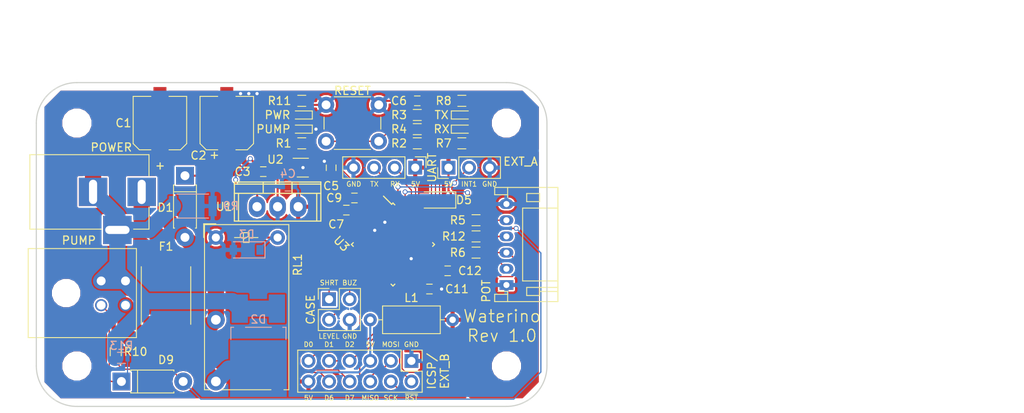
<source format=kicad_pcb>
(kicad_pcb (version 4) (host pcbnew 4.0.4-stable)
  (layers (0 F.Cu mixed) (31 B.Cu mixed hide) (34 B.Paste user hide) (35 F.Paste user) (36 B.SilkS user hide) (37 F.SilkS user) (38 B.Mask user) (39 F.Mask user) (44 Edge.Cuts user))
  (net 0 "")
  (net 1 GND)
  (net 2 Vcc)
  (net 3 ~RESET)
  (net 4 AVcc)
  (net 5 "Net-(C12-Pad1)")
  (net 6 /PUMP+)
  (net 7 /COIL_PWR)
  (net 8 "Net-(D4-Pad2)")
  (net 9 "Net-(D6-Pad2)")
  (net 10 "Net-(D7-Pad2)")
  (net 11 "Net-(D8-Pad2)")
  (net 12 MISO)
  (net 13 SCK)
  (net 14 MOSI)
  (net 15 EXT_D0)
  (net 16 EXT_D1)
  (net 17 EXT_D2)
  (net 18 ~LEVEL_ALERT)
  (net 19 THERM)
  (net 20 MOIST-)
  (net 21 MOISTURE)
  (net 22 ~OVRFLW)
  (net 23 PUMP)
  (net 24 "Net-(R3-Pad1)")
  (net 25 "Net-(R3-Pad2)")
  (net 26 MOIST+)
  (net 27 "Net-(U2-Pad3)")
  (net 28 THERM+)
  (net 29 EXT_D6)
  (net 30 EXT_D7)
  (net 31 /+12V)
  (net 32 /PGND)
  (net 33 /REG_PWR)
  (net 34 /RX_LED)
  (net 35 /TX_LED)
  (net 36 "Net-(D9-Pad1)")
  (net 37 /RX)
  (net 38 /TX)
  (net 39 SHORT_LED)
  (net 40 LEVEL_LED)
  (net 41 BUZZER)
  (net 42 INT1)
  (net 43 /PWR)
  (module Housings_QFP:TQFP-32_7x7mm_Pitch0.8mm (layer F.Cu) (at 206 105 315)
    (fp_text reference U3 (at -4.563667 4.425074 315) (layer F.SilkS))
    (fp_text value ATMEGA168-20AU)
    (pad 1 smd rect (at -4.25 -2.8 315) (size 1.6 0.55) (layers F.Cu F.Paste F.Mask) (net 42 INT1))
    (pad 2 smd rect (at -4.25 -2 315) (size 1.6 0.55) (layers F.Cu F.Paste F.Mask) (net 23 PUMP))
    (pad 3 smd rect (at -4.25 -1.2 315) (size 1.6 0.55) (layers F.Cu F.Paste F.Mask) (net 1 GND))
    (pad 4 smd rect (at -4.25 -0.4 315) (size 1.6 0.55) (layers F.Cu F.Paste F.Mask) (net 2 Vcc))
    (pad 5 smd rect (at -4.25 0.4 315) (size 1.6 0.55) (layers F.Cu F.Paste F.Mask) (net 1 GND))
    (pad 6 smd rect (at -4.25 1.2 315) (size 1.6 0.55) (layers F.Cu F.Paste F.Mask) (net 2 Vcc))
    (pad 7 smd rect (at -4.25 2 315) (size 1.6 0.55) (layers F.Cu F.Paste F.Mask) (net 29 EXT_D6))
    (pad 8 smd rect (at -4.25 2.8 315) (size 1.6 0.55) (layers F.Cu F.Paste F.Mask) (net 30 EXT_D7))
    (pad 9 smd rect (at -2.8 4.25 45) (size 1.6 0.55) (layers F.Cu F.Paste F.Mask) (net 39 SHORT_LED))
    (pad 10 smd rect (at -2 4.25 45) (size 1.6 0.55) (layers F.Cu F.Paste F.Mask) (net 40 LEVEL_LED))
    (pad 11 smd rect (at -1.2 4.25 45) (size 1.6 0.55) (layers F.Cu F.Paste F.Mask) (net 41 BUZZER))
    (pad 12 smd rect (at -0.4 4.25 45) (size 1.6 0.55) (layers F.Cu F.Paste F.Mask) (net 15 EXT_D0))
    (pad 13 smd rect (at 0.4 4.25 45) (size 1.6 0.55) (layers F.Cu F.Paste F.Mask) (net 16 EXT_D1))
    (pad 14 smd rect (at 1.2 4.25 45) (size 1.6 0.55) (layers F.Cu F.Paste F.Mask) (net 17 EXT_D2))
    (pad 15 smd rect (at 2 4.25 45) (size 1.6 0.55) (layers F.Cu F.Paste F.Mask) (net 14 MOSI))
    (pad 16 smd rect (at 2.8 4.25 45) (size 1.6 0.55) (layers F.Cu F.Paste F.Mask) (net 12 MISO))
    (pad 17 smd rect (at 4.25 2.8 315) (size 1.6 0.55) (layers F.Cu F.Paste F.Mask) (net 13 SCK))
    (pad 18 smd rect (at 4.25 2 315) (size 1.6 0.55) (layers F.Cu F.Paste F.Mask) (net 4 AVcc))
    (pad 19 smd rect (at 4.25 1.2 315) (size 1.6 0.55) (layers F.Cu F.Paste F.Mask) (net 21 MOISTURE))
    (pad 20 smd rect (at 4.25 0.4 315) (size 1.6 0.55) (layers F.Cu F.Paste F.Mask) (net 5 "Net-(C12-Pad1)"))
    (pad 21 smd rect (at 4.25 -0.4 315) (size 1.6 0.55) (layers F.Cu F.Paste F.Mask) (net 1 GND))
    (pad 22 smd rect (at 4.25 -1.2 315) (size 1.6 0.55) (layers F.Cu F.Paste F.Mask) (net 19 THERM))
    (pad 23 smd rect (at 4.25 -2 315) (size 1.6 0.55) (layers F.Cu F.Paste F.Mask) (net 20 MOIST-))
    (pad 24 smd rect (at 4.25 -2.8 315) (size 1.6 0.55) (layers F.Cu F.Paste F.Mask) (net 26 MOIST+))
    (pad 25 smd rect (at 2.8 -4.25 45) (size 1.6 0.55) (layers F.Cu F.Paste F.Mask) (net 28 THERM+))
    (pad 26 smd rect (at 2 -4.25 45) (size 1.6 0.55) (layers F.Cu F.Paste F.Mask) (net 18 ~LEVEL_ALERT))
    (pad 27 smd rect (at 1.2 -4.25 45) (size 1.6 0.55) (layers F.Cu F.Paste F.Mask) (net 34 /RX_LED))
    (pad 28 smd rect (at 0.4 -4.25 45) (size 1.6 0.55) (layers F.Cu F.Paste F.Mask) (net 35 /TX_LED))
    (pad 29 smd rect (at -0.4 -4.25 45) (size 1.6 0.55) (layers F.Cu F.Paste F.Mask) (net 3 ~RESET))
    (pad 30 smd rect (at -1.2 -4.25 45) (size 1.6 0.55) (layers F.Cu F.Paste F.Mask) (net 37 /RX))
    (pad 31 smd rect (at -2 -4.25 45) (size 1.6 0.55) (layers F.Cu F.Paste F.Mask) (net 38 /TX))
    (pad 32 smd rect (at -2.8 -4.25 45) (size 1.6 0.55) (layers F.Cu F.Paste F.Mask) (net 22 ~OVRFLW))
  )
  (module Inductors_THT:L_Axial_L7.0mm_D3.3mm_P10.16mm_Horizontal_Fastron_MICC (layer F.Cu) (at 203.2 114.3)
    (fp_text reference L1 (at 5.08 -2.71) (layer F.SilkS))
    (fp_text value 10µH)
    (pad 1 thru_hole circle (at 0 0) (size 1.6 1.6) (drill 0.8) (layers *.Cu *.Mask) (net 2 Vcc))
    (pad 2 thru_hole oval (at 10.16 0) (size 1.6 1.6) (drill 0.8) (layers *.Cu *.Mask) (net 4 AVcc))
  )
  (module Relays_THT:Relay_SPST_Finder_32.21-x300 (layer F.Cu) (at 184.15 104.14)
    (fp_text reference RL1 (at 10.1 3.36 90) (layer F.SilkS))
    (fp_text value FINDER-32.21-x300)
    (pad A1 thru_hole circle (at 0 0) (size 1.8 1.8) (drill 1) (layers *.Cu *.Mask) (net 1 GND))
    (pad A2 thru_hole circle (at 7.62 0) (size 1.8 1.8) (drill 1) (layers *.Cu *.Mask) (net 7 /COIL_PWR))
    (pad 11 thru_hole circle (at 0 10.16) (size 2.2 2.2) (drill 1.2) (layers *.Cu *.Mask) (net 31 /+12V))
    (pad 14 thru_hole circle (at 0 17.78) (size 2.2 2.2) (drill 1.2) (layers *.Cu *.Mask) (net 6 /PUMP+))
  )
  (module Pin_Headers:Pin_Header_Straight_1x04_Pitch2.54mm (layer F.Cu) (at 208.75 95.5 270)
    (fp_text reference P3 hide)
    (fp_text value UART)
    (pad 1 thru_hole rect (at 0 0 270) (size 1.7 1.7) (drill 1) (layers *.Cu *.Mask) (net 2 Vcc))
    (pad 2 thru_hole oval (at 0 2.54 270) (size 1.7 1.7) (drill 1) (layers *.Cu *.Mask) (net 37 /RX))
    (pad 3 thru_hole oval (at 0 5.08 270) (size 1.7 1.7) (drill 1) (layers *.Cu *.Mask) (net 38 /TX))
    (pad 4 thru_hole oval (at 0 7.62 270) (size 1.7 1.7) (drill 1) (layers *.Cu *.Mask) (net 1 GND))
  )
  (module Mounting_Holes:MountingHole_3.2mm_M3 (layer F.Cu) (at 167 120)
    (fp_text reference MH_LL hide)
    (fp_text value MountingHole_3.2mm_M3)
    (pad 1 np_thru_hole circle (at 0 0) (size 3.2 3.2) (drill 3.2) (layers *.Cu *.Mask))
  )
  (module Mounting_Holes:MountingHole_3.2mm_M3 (layer F.Cu) (at 167 90)
    (fp_text reference MH_UL hide)
    (fp_text value MountingHole_3.2mm_M3)
    (pad 1 np_thru_hole circle (at 0 0) (size 3.2 3.2) (drill 3.2) (layers *.Cu *.Mask))
  )
  (module Mounting_Holes:MountingHole_3.2mm_M3 (layer F.Cu) (at 220 120)
    (fp_text reference MH_LR hide)
    (fp_text value MountingHole_3.2mm_M3)
    (pad 1 np_thru_hole circle (at 0 0) (size 3.2 3.2) (drill 3.2) (layers *.Cu *.Mask))
  )
  (module TO_SOT_Packages_SMD:SOT-363_SC-70-6_Handsoldering (layer F.Cu) (at 194.878 95.504)
    (fp_text reference U2 (at -3.378 -1.004 180) (layer F.SilkS))
    (fp_text value MIC94090 hide)
    (pad 1 smd rect (at -1.33 -0.65) (size 1.5 0.4) (layers F.Cu F.Paste F.Mask) (net 7 /COIL_PWR))
    (pad 2 smd rect (at -1.33 0) (size 1.5 0.4) (layers F.Cu F.Paste F.Mask) (net 1 GND))
    (pad 3 smd rect (at -1.33 0.65) (size 1.5 0.4) (layers F.Cu F.Paste F.Mask) (net 27 "Net-(U2-Pad3)"))
    (pad 4 smd rect (at 1.33 0.65) (size 1.5 0.4) (layers F.Cu F.Paste F.Mask) (net 2 Vcc))
    (pad 5 smd rect (at 1.33 0) (size 1.5 0.4) (layers F.Cu F.Paste F.Mask) (net 1 GND))
    (pad 6 smd rect (at 1.33 -0.65) (size 1.5 0.4) (layers F.Cu F.Paste F.Mask) (net 23 PUMP))
  )
  (module Capacitors_SMD:CP_Elec_6.3x7.7 (layer F.Cu) (at 177.25 90 90)
    (fp_text reference C1 (at 0 -4.5 180) (layer F.SilkS))
    (fp_text value 100µF)
    (fp_text user + (at -5.3 -0.05 90) (layer F.SilkS))
    (pad 1 smd rect (at -2.7 0 270) (size 3.5 1.6) (layers F.Cu F.Paste F.Mask) (net 31 /+12V))
    (pad 2 smd rect (at 2.7 0 270) (size 3.5 1.6) (layers F.Cu F.Paste F.Mask) (net 32 /PGND))
  )
  (module Capacitors_SMD:CP_Elec_6.3x7.7 (layer F.Cu) (at 185.5 90 90)
    (fp_text reference C2 (at -4 -3.5 360) (layer F.SilkS))
    (fp_text value 100µF)
    (fp_text user + (at -3.98 -1.604 90) (layer F.SilkS))
    (pad 1 smd rect (at -2.7 0 270) (size 3.5 1.6) (layers F.Cu F.Paste F.Mask) (net 33 /REG_PWR))
    (pad 2 smd rect (at 2.7 0 270) (size 3.5 1.6) (layers F.Cu F.Paste F.Mask) (net 1 GND))
  )
  (module Connectors:BARREL_JACK (layer F.Cu) (at 175 98.5)
    (fp_text reference CON1)
    (fp_text value POWER)
    (pad 1 thru_hole rect (at 0 0) (size 3.5 3.5) (drill oval 1 3) (layers *.Cu *.Mask) (net 43 /PWR))
    (pad 2 thru_hole rect (at -6 0) (size 3.5 3.5) (drill oval 1 3) (layers *.Cu *.Mask) (net 32 /PGND))
    (pad 3 thru_hole rect (at -3 4.7) (size 3.5 3.5) (drill oval 3 1) (layers *.Cu *.Mask) (net 32 /PGND))
  )
  (module Diodes_THT:D_DO-41_SOD81_P7.62mm_Horizontal (layer F.Cu) (at 180.34 96.5 270)
    (fp_text reference D1 (at 3.937 2.413 540) (layer F.SilkS))
    (fp_text value D)
    (pad 1 thru_hole rect (at 0 0 270) (size 2.2 2.2) (drill 1.1) (layers *.Cu *.Mask) (net 33 /REG_PWR))
    (pad 2 thru_hole oval (at 7.62 0 270) (size 2.2 2.2) (drill 1.1) (layers *.Cu *.Mask) (net 31 /+12V))
  )
  (module TO_SOT_Packages_SMD:TO-252-2_Rectifier (layer B.Cu) (at 189.4 117.5 270)
    (fp_text reference D2 (at -3.25 0 540) (layer B.SilkS) (effects (justify mirror)))
    (fp_text value D_Schottky_AKA)
    (pad 1 smd rect (at -4.575 2.3) (size 2 3.5) (layers B.Cu B.Paste B.Mask) (net 32 /PGND))
    (pad 3 smd rect (at -4.575 -2.28) (size 2 3.5) (layers B.Cu B.Paste B.Mask) (net 32 /PGND))
    (pad 2 smd rect (at 2.825 0) (size 7 7) (layers B.Cu B.Paste B.Mask) (net 6 /PUMP+))
  )
  (module Diodes_SMD:D_SOD-123 (layer B.Cu) (at 187.96 105.664 180)
    (fp_text reference D3 (at 0.005 1.914 180) (layer B.SilkS) (effects (justify mirror)))
    (fp_text value D_Schottky)
    (pad 1 smd rect (at -1.65 0 180) (size 0.9 1.2) (layers B.Cu B.Paste B.Mask) (net 7 /COIL_PWR))
    (pad 2 smd rect (at 1.65 0 180) (size 0.9 1.2) (layers B.Cu B.Paste B.Mask) (net 1 GND))
  )
  (module Diodes_SMD:D_SOD-123 (layer F.Cu) (at 211.5 99.5 180)
    (fp_text reference D5 (at -3.25 0 360) (layer F.SilkS))
    (fp_text value D_Schottky)
    (pad 1 smd rect (at -1.65 0 180) (size 0.9 1.2) (layers F.Cu F.Paste F.Mask) (net 2 Vcc))
    (pad 2 smd rect (at 1.65 0 180) (size 0.9 1.2) (layers F.Cu F.Paste F.Mask) (net 3 ~RESET))
  )
  (module Connectors_Molex:Molex_Microfit3_Header_02x02_Angled_43045-040x (layer F.Cu) (at 170 112.5 270)
    (fp_text reference P1)
    (fp_text value PUMP)
    (pad 3 thru_hole circle (at 0 -3 270) (size 1.5 1.5) (drill 1.1) (layers *.Cu *.Mask) (net 6 /PUMP+))
    (pad 1 thru_hole circle (at 0 0 270) (size 1.5 1.5) (drill 1.1) (layers *.Cu *.Mask) (net 36 "Net-(D9-Pad1)"))
    (pad 4 thru_hole circle (at -3 -3 270) (size 1.5 1.5) (drill 1.1) (layers *.Cu *.Mask) (net 32 /PGND))
    (pad 2 thru_hole circle (at -3 0 270) (size 1.5 1.5) (drill 1.1) (layers *.Cu *.Mask) (net 32 /PGND))
    (pad "" np_thru_hole circle (at -1.5 4.32 270) (size 3.1 3.1) (drill 3.1) (layers *.Cu *.Mask))
  )
  (module Buttons_Switches_THT:SW_PUSH_6mm (layer F.Cu) (at 197.75 87.75)
    (fp_text reference SW1)
    (fp_text value RESET)
    (pad 2 thru_hole circle (at 0 4.5 90) (size 2 2) (drill 1.1) (layers *.Cu *.Mask) (net 24 "Net-(R3-Pad1)"))
    (pad 1 thru_hole circle (at 0 0 90) (size 2 2) (drill 1.1) (layers *.Cu *.Mask) (net 1 GND))
    (pad 2 thru_hole circle (at 6.5 4.5 90) (size 2 2) (drill 1.1) (layers *.Cu *.Mask) (net 24 "Net-(R3-Pad1)"))
    (pad 1 thru_hole circle (at 6.5 0 90) (size 2 2) (drill 1.1) (layers *.Cu *.Mask) (net 1 GND))
  )
  (module Power_Integrations:TO-220 (layer F.Cu) (at 191.77 100.33)
    (fp_text reference U1 (at -6.604 0) (layer F.SilkS))
    (fp_text value LM7805CT)
    (pad 2 thru_hole oval (at 0 0) (size 2.032 2.54) (drill 1.143) (layers *.Cu *.Mask) (net 1 GND))
    (pad 3 thru_hole oval (at 2.54 0) (size 2.032 2.54) (drill 1.143) (layers *.Cu *.Mask) (net 2 Vcc))
    (pad 1 thru_hole oval (at -2.54 0) (size 2.032 2.54) (drill 1.143) (layers *.Cu *.Mask) (net 33 /REG_PWR))
  )
  (module Connectors_JST:JST_PH_S6B-PH-K_06x2.00mm_Angled (layer F.Cu) (at 220 110 90)
    (fp_text reference P2 hide)
    (fp_text value PLANT)
    (pad 1 thru_hole rect (at 0 0 90) (size 1.2 1.7) (drill 0.75) (layers *.Cu *.Mask) (net 1 GND))
    (pad 2 thru_hole oval (at 2 0 90) (size 1.2 1.7) (drill 0.75) (layers *.Cu *.Mask) (net 20 MOIST-))
    (pad 3 thru_hole oval (at 4 0 90) (size 1.2 1.7) (drill 0.75) (layers *.Cu *.Mask) (net 21 MOISTURE))
    (pad 4 thru_hole oval (at 6 0 90) (size 1.2 1.7) (drill 0.75) (layers *.Cu *.Mask) (net 19 THERM))
    (pad 5 thru_hole oval (at 8 0 90) (size 1.2 1.7) (drill 0.75) (layers *.Cu *.Mask) (net 22 ~OVRFLW))
    (pad 6 thru_hole oval (at 10 0 90) (size 1.2 1.7) (drill 0.75) (layers *.Cu *.Mask) (net 1 GND))
  )
  (module Mounting_Holes:MountingHole_3.2mm_M3 (layer F.Cu) (at 220 90)
    (fp_text reference MH_UR hide)
    (fp_text value MountingHole_3.2mm_M3)
    (pad 1 np_thru_hole circle (at 0 0) (size 3.2 3.2) (drill 3.2) (layers *.Cu *.Mask))
  )
  (module LEDs:LED_0603 (layer F.Cu) (at 194.75 90.75 180)
    (fp_text reference D4 hide)
    (fp_text value PUMP_LED)
    (pad 2 smd rect (at 0.8 0) (size 0.8 0.8) (layers F.Cu F.Paste F.Mask) (net 8 "Net-(D4-Pad2)"))
    (pad 1 smd rect (at -0.8 0) (size 0.8 0.8) (layers F.Cu F.Paste F.Mask) (net 1 GND))
  )
  (module LEDs:LED_0603 (layer F.Cu) (at 214.5 90.75)
    (fp_text reference D6 hide)
    (fp_text value RX_LED)
    (pad 2 smd rect (at 0.8 0 180) (size 0.8 0.8) (layers F.Cu F.Paste F.Mask) (net 9 "Net-(D6-Pad2)"))
    (pad 1 smd rect (at -0.8 0 180) (size 0.8 0.8) (layers F.Cu F.Paste F.Mask) (net 34 /RX_LED))
  )
  (module LEDs:LED_0603 (layer F.Cu) (at 214.5 89)
    (fp_text reference D7 hide)
    (fp_text value TX_LED)
    (pad 2 smd rect (at 0.8 0 180) (size 0.8 0.8) (layers F.Cu F.Paste F.Mask) (net 10 "Net-(D7-Pad2)"))
    (pad 1 smd rect (at -0.8 0 180) (size 0.8 0.8) (layers F.Cu F.Paste F.Mask) (net 35 /TX_LED))
  )
  (module LEDs:LED_0603 (layer F.Cu) (at 194.75 89 180)
    (fp_text reference D8 hide)
    (fp_text value PWR_LED)
    (pad 2 smd rect (at 0.8 0) (size 0.8 0.8) (layers F.Cu F.Paste F.Mask) (net 11 "Net-(D8-Pad2)"))
    (pad 1 smd rect (at -0.8 0) (size 0.8 0.8) (layers F.Cu F.Paste F.Mask) (net 1 GND))
  )
  (module Capacitors_SMD:C_0603 (layer F.Cu) (at 190 96)
    (fp_text reference C3 (at -2.552 0 180) (layer F.SilkS))
    (fp_text value 100nF)
    (pad 1 smd rect (at -0.75 0) (size 0.8 0.75) (layers F.Cu F.Paste F.Mask) (net 33 /REG_PWR))
    (pad 2 smd rect (at 0.75 0) (size 0.8 0.75) (layers F.Cu F.Paste F.Mask) (net 1 GND))
  )
  (module Capacitors_SMD:C_0603 (layer B.Cu) (at 193.04 97.79 180)
    (fp_text reference C4 (at 0 1.54 180) (layer B.SilkS) (effects (justify mirror)))
    (fp_text value 100nF)
    (pad 1 smd rect (at -0.75 0 180) (size 0.8 0.75) (layers B.Cu B.Paste B.Mask) (net 2 Vcc))
    (pad 2 smd rect (at 0.75 0 180) (size 0.8 0.75) (layers B.Cu B.Paste B.Mask) (net 1 GND))
  )
  (module Capacitors_SMD:C_0603 (layer F.Cu) (at 198.374 95.516 90)
    (fp_text reference C5 (at -2.25 0 180) (layer F.SilkS))
    (fp_text value 100nF)
    (pad 1 smd rect (at -0.75 0 90) (size 0.8 0.75) (layers F.Cu F.Paste F.Mask) (net 2 Vcc))
    (pad 2 smd rect (at 0.75 0 90) (size 0.8 0.75) (layers F.Cu F.Paste F.Mask) (net 1 GND))
  )
  (module Capacitors_SMD:C_0603 (layer F.Cu) (at 209 87.25 180)
    (fp_text reference C6 (at 2.25 0 180) (layer F.SilkS))
    (fp_text value 100nF)
    (pad 1 smd rect (at -0.75 0 180) (size 0.8 0.75) (layers F.Cu F.Paste F.Mask) (net 3 ~RESET))
    (pad 2 smd rect (at 0.75 0 180) (size 0.8 0.75) (layers F.Cu F.Paste F.Mask) (net 1 GND))
  )
  (module Capacitors_SMD:C_0603 (layer F.Cu) (at 200.25 100.75)
    (fp_text reference C7 (at -1.25 1.75) (layer F.SilkS))
    (fp_text value 100nF)
    (pad 1 smd rect (at -0.75 0) (size 0.8 0.75) (layers F.Cu F.Paste F.Mask) (net 2 Vcc))
    (pad 2 smd rect (at 0.75 0) (size 0.8 0.75) (layers F.Cu F.Paste F.Mask) (net 1 GND))
  )
  (module Capacitors_SMD:C_0603 (layer F.Cu) (at 201.25 99.25)
    (fp_text reference C9 (at -2.5 0) (layer F.SilkS))
    (fp_text value 100nF)
    (pad 1 smd rect (at -0.75 0) (size 0.8 0.75) (layers F.Cu F.Paste F.Mask) (net 2 Vcc))
    (pad 2 smd rect (at 0.75 0) (size 0.8 0.75) (layers F.Cu F.Paste F.Mask) (net 1 GND))
  )
  (module Capacitors_SMD:C_0603 (layer F.Cu) (at 210.5 110.5)
    (fp_text reference C11 (at 3.4 0) (layer F.SilkS))
    (fp_text value 100nF)
    (pad 1 smd rect (at -0.75 0) (size 0.8 0.75) (layers F.Cu F.Paste F.Mask) (net 4 AVcc))
    (pad 2 smd rect (at 0.75 0) (size 0.8 0.75) (layers F.Cu F.Paste F.Mask) (net 1 GND))
  )
  (module Capacitors_SMD:C_0603 (layer F.Cu) (at 212.75 108.25 180)
    (fp_text reference C12 (at -2.75 0 180) (layer F.SilkS))
    (fp_text value 10nF)
    (pad 1 smd rect (at -0.75 0 180) (size 0.8 0.75) (layers F.Cu F.Paste F.Mask) (net 5 "Net-(C12-Pad1)"))
    (pad 2 smd rect (at 0.75 0 180) (size 0.8 0.75) (layers F.Cu F.Paste F.Mask) (net 1 GND))
  )
  (module Resistors_SMD:R_0603 (layer F.Cu) (at 194.75 92.5 180)
    (fp_text reference R1 (at 2.25 0 180) (layer F.SilkS))
    (fp_text value 1.5K)
    (pad 1 smd rect (at -0.75 0 180) (size 0.5 0.9) (layers F.Cu F.Paste F.Mask) (net 23 PUMP))
    (pad 2 smd rect (at 0.75 0 180) (size 0.5 0.9) (layers F.Cu F.Paste F.Mask) (net 8 "Net-(D4-Pad2)"))
  )
  (module Resistors_SMD:R_0603 (layer F.Cu) (at 209 92.5 180)
    (fp_text reference R2 (at 2.25 0 180) (layer F.SilkS))
    (fp_text value 4K7)
    (pad 1 smd rect (at -0.75 0 180) (size 0.5 0.9) (layers F.Cu F.Paste F.Mask) (net 3 ~RESET))
    (pad 2 smd rect (at 0.75 0 180) (size 0.5 0.9) (layers F.Cu F.Paste F.Mask) (net 2 Vcc))
  )
  (module Resistors_SMD:R_0603 (layer F.Cu) (at 209 89)
    (fp_text reference R3 (at -2.25 0) (layer F.SilkS))
    (fp_text value 150)
    (pad 1 smd rect (at -0.75 0) (size 0.5 0.9) (layers F.Cu F.Paste F.Mask) (net 24 "Net-(R3-Pad1)"))
    (pad 2 smd rect (at 0.75 0) (size 0.5 0.9) (layers F.Cu F.Paste F.Mask) (net 25 "Net-(R3-Pad2)"))
  )
  (module Resistors_SMD:R_0603 (layer F.Cu) (at 209 90.75)
    (fp_text reference R4 (at -2.25 0) (layer F.SilkS))
    (fp_text value 150)
    (pad 1 smd rect (at -0.75 0) (size 0.5 0.9) (layers F.Cu F.Paste F.Mask) (net 25 "Net-(R3-Pad2)"))
    (pad 2 smd rect (at 0.75 0) (size 0.5 0.9) (layers F.Cu F.Paste F.Mask) (net 3 ~RESET))
  )
  (module Resistors_SMD:R_0603 (layer F.Cu) (at 216.25 102 180)
    (fp_text reference R5 (at 2.25 0 180) (layer F.SilkS))
    (fp_text value 100K)
    (pad 1 smd rect (at -0.75 0 180) (size 0.5 0.9) (layers F.Cu F.Paste F.Mask) (net 22 ~OVRFLW))
    (pad 2 smd rect (at 0.75 0 180) (size 0.5 0.9) (layers F.Cu F.Paste F.Mask) (net 4 AVcc))
  )
  (module Resistors_SMD:R_0603 (layer F.Cu) (at 216.25 106)
    (fp_text reference R6 (at -2.25 0) (layer F.SilkS))
    (fp_text value 10K)
    (pad 1 smd rect (at -0.75 0) (size 0.5 0.9) (layers F.Cu F.Paste F.Mask) (net 26 MOIST+))
    (pad 2 smd rect (at 0.75 0) (size 0.5 0.9) (layers F.Cu F.Paste F.Mask) (net 21 MOISTURE))
  )
  (module Resistors_SMD:R_0603 (layer F.Cu) (at 214.5 92.5)
    (fp_text reference R7 (at -2.25 0) (layer F.SilkS))
    (fp_text value 150)
    (pad 1 smd rect (at -0.75 0) (size 0.5 0.9) (layers F.Cu F.Paste F.Mask) (net 2 Vcc))
    (pad 2 smd rect (at 0.75 0) (size 0.5 0.9) (layers F.Cu F.Paste F.Mask) (net 9 "Net-(D6-Pad2)"))
  )
  (module Resistors_SMD:R_0603 (layer F.Cu) (at 214.5 87.25)
    (fp_text reference R8 (at -2.25 0) (layer F.SilkS))
    (fp_text value 150)
    (pad 1 smd rect (at -0.75 0) (size 0.5 0.9) (layers F.Cu F.Paste F.Mask) (net 2 Vcc))
    (pad 2 smd rect (at 0.75 0) (size 0.5 0.9) (layers F.Cu F.Paste F.Mask) (net 10 "Net-(D7-Pad2)"))
  )
  (module Resistors_SMD:R_0603 (layer F.Cu) (at 194.75 87.25)
    (fp_text reference R11 (at -2.75 0) (layer F.SilkS))
    (fp_text value 1.5K)
    (pad 1 smd rect (at -0.75 0) (size 0.5 0.9) (layers F.Cu F.Paste F.Mask) (net 33 /REG_PWR))
    (pad 2 smd rect (at 0.75 0) (size 0.5 0.9) (layers F.Cu F.Paste F.Mask) (net 11 "Net-(D8-Pad2)"))
  )
  (module Resistors_SMD:R_0603 (layer F.Cu) (at 216.25 104 180)
    (fp_text reference R12 (at 2.75 0 180) (layer F.SilkS))
    (fp_text value 5K11)
    (pad 1 smd rect (at -0.75 0 180) (size 0.5 0.9) (layers F.Cu F.Paste F.Mask) (net 19 THERM))
    (pad 2 smd rect (at 0.75 0 180) (size 0.5 0.9) (layers F.Cu F.Paste F.Mask) (net 28 THERM+))
  )
  (module Diodes_ThroughHole:D_DO-41_SOD81_P7.62mm_Horizontal (layer F.Cu) (at 172.5 121.92)
    (fp_text reference D9 (at 5.5 -2.67) (layer F.SilkS))
    (fp_text value D)
    (pad 1 thru_hole rect (at 0 0) (size 2.2 2.2) (drill 1.1) (layers *.Cu *.Mask) (net 36 "Net-(D9-Pad1)"))
    (pad 2 thru_hole oval (at 7.62 0) (size 2.2 2.2) (drill 1.1) (layers *.Cu *.Mask) (net 18 ~LEVEL_ALERT))
  )
  (module Fuse_Holders_and_Fuses:Fuse_SMD2920 (layer F.Cu) (at 178 111.3 270)
    (fp_text reference F1 (at -6.05 0 360) (layer F.SilkS))
    (fp_text value FUSE)
    (pad 1 smd rect (at -3.7 0) (size 5.6 2.3) (layers F.Cu F.Paste F.Mask) (net 43 /PWR))
    (pad 2 smd rect (at 3.7 0) (size 5.6 2.3) (layers F.Cu F.Paste F.Mask) (net 31 /+12V))
  )
  (module Pin_Headers:Pin_Header_Straight_2x02_Pitch2.54mm (layer F.Cu) (at 198.12 111.76)
    (fp_text reference P5 hide)
    (fp_text value CONN_01X04)
    (pad 1 thru_hole rect (at 0 0) (size 1.7 1.7) (drill 1) (layers *.Cu *.Mask) (net 39 SHORT_LED))
    (pad 2 thru_hole oval (at 2.54 0) (size 1.7 1.7) (drill 1) (layers *.Cu *.Mask) (net 41 BUZZER))
    (pad 3 thru_hole oval (at 0 2.54) (size 1.7 1.7) (drill 1) (layers *.Cu *.Mask) (net 40 LEVEL_LED))
    (pad 4 thru_hole oval (at 2.54 2.54) (size 1.7 1.7) (drill 1) (layers *.Cu *.Mask) (net 1 GND))
  )
  (module Pin_Headers:Pin_Header_Straight_1x03_Pitch2.54mm (layer F.Cu) (at 212.852 95.504 90)
    (fp_text reference P6 hide)
    (fp_text value CONN_01X03)
    (pad 1 thru_hole rect (at 0 0 90) (size 1.7 1.7) (drill 1) (layers *.Cu *.Mask) (net 2 Vcc))
    (pad 2 thru_hole oval (at 0 2.54 90) (size 1.7 1.7) (drill 1) (layers *.Cu *.Mask) (net 42 INT1))
    (pad 3 thru_hole oval (at 0 5.08 90) (size 1.7 1.7) (drill 1) (layers *.Cu *.Mask) (net 1 GND))
  )
  (module Resistors_SMD:R_0603 (layer F.Cu) (at 171.8 118.25 270)
    (fp_text reference R10 (at 0 -2.45 360) (layer F.SilkS))
    (fp_text value 10K)
    (pad 1 smd rect (at -0.75 0 270) (size 0.5 0.9) (layers F.Cu F.Paste F.Mask) (net 2 Vcc))
    (pad 2 smd rect (at 0.75 0 270) (size 0.5 0.9) (layers F.Cu F.Paste F.Mask) (net 18 ~LEVEL_ALERT))
  )
  (module Resistors_SMD:R_0603 (layer B.Cu) (at 172.5 119 180)
    (fp_text reference R13 (at 0 1.5 180) (layer B.SilkS) (effects (justify mirror)))
    (fp_text value 10K)
    (pad 1 smd rect (at -0.75 0 180) (size 0.5 0.9) (layers B.Cu B.Paste B.Mask) (net 36 "Net-(D9-Pad1)"))
    (pad 2 smd rect (at 0.75 0 180) (size 0.5 0.9) (layers B.Cu B.Paste B.Mask) (net 32 /PGND))
  )
  (module Pin_Headers:Pin_Header_Straight_2x06_Pitch2.54mm (layer F.Cu) (at 208.28 119.38 270)
    (fp_text reference P4 hide)
    (fp_text value CONN_02X06)
    (pad 1 thru_hole rect (at 0 0 270) (size 1.7 1.7) (drill 1) (layers *.Cu *.Mask) (net 1 GND))
    (pad 2 thru_hole oval (at 2.54 0 270) (size 1.7 1.7) (drill 1) (layers *.Cu *.Mask) (net 3 ~RESET))
    (pad 3 thru_hole oval (at 0 2.54 270) (size 1.7 1.7) (drill 1) (layers *.Cu *.Mask) (net 14 MOSI))
    (pad 4 thru_hole oval (at 2.54 2.54 270) (size 1.7 1.7) (drill 1) (layers *.Cu *.Mask) (net 13 SCK))
    (pad 5 thru_hole oval (at 0 5.08 270) (size 1.7 1.7) (drill 1) (layers *.Cu *.Mask) (net 2 Vcc))
    (pad 6 thru_hole oval (at 2.54 5.08 270) (size 1.7 1.7) (drill 1) (layers *.Cu *.Mask) (net 12 MISO))
    (pad 7 thru_hole oval (at 0 7.62 270) (size 1.7 1.7) (drill 1) (layers *.Cu *.Mask) (net 17 EXT_D2))
    (pad 8 thru_hole oval (at 2.54 7.62 270) (size 1.7 1.7) (drill 1) (layers *.Cu *.Mask) (net 30 EXT_D7))
    (pad 9 thru_hole oval (at 0 10.16 270) (size 1.7 1.7) (drill 1) (layers *.Cu *.Mask) (net 16 EXT_D1))
    (pad 10 thru_hole oval (at 2.54 10.16 270) (size 1.7 1.7) (drill 1) (layers *.Cu *.Mask) (net 29 EXT_D6))
    (pad 11 thru_hole oval (at 0 12.7 270) (size 1.7 1.7) (drill 1) (layers *.Cu *.Mask) (net 15 EXT_D0))
    (pad 12 thru_hole oval (at 2.54 12.7 270) (size 1.7 1.7) (drill 1) (layers *.Cu *.Mask) (net 2 Vcc))
  )
  (module Resistors_SMD:R_2010 (layer B.Cu) (at 181.3 100.25 180)
    (fp_text reference R9 (at -4.7 0 180) (layer B.SilkS) (effects (justify mirror)))
    (fp_text value 0)
    (pad 1 smd rect (at -2.45 0 180) (size 1 2.5) (layers B.Cu B.Paste B.Mask) (net 1 GND))
    (pad 2 smd rect (at 2.45 0 180) (size 1 2.5) (layers B.Cu B.Paste B.Mask) (net 32 /PGND))
  )
  (gr_text "Waterino\nRev 1.0" (at 219.456 115.062) (layer F.SilkS) (effects (font (size 1.5 1.5))))
  (gr_text CASE (at 195.834 113.03 90) (layer F.SilkS) (effects (font (size 1 1))))
  (gr_text SHRT (at 198.12 109.728) (layer F.SilkS) (effects (font (size 0.6 0.6) (thickness 0.1))))
  (gr_text BUZ (at 200.66 109.728) (layer F.SilkS) (effects (font (size 0.6 0.6) (thickness 0.1))))
  (gr_text LEVEL (at 198.12 116.332) (layer F.SilkS) (effects (font (size 0.6 0.6) (thickness 0.1))))
  (gr_text GND (at 200.66 116.332) (layer F.SilkS) (effects (font (size 0.6 0.6) (thickness 0.1))))
  (gr_text PUMP (at 167.25 104.5) (layer F.SilkS) (effects (font (size 1 1))))
  (gr_text POWER (at 171.25 93) (layer F.SilkS) (effects (font (size 1 1))))
  (gr_text POT (at 217.5 110.75 90) (layer F.SilkS) (effects (font (size 1 1))))
  (gr_text D1 (at 198.12 117.348) (layer F.SilkS) (effects (font (size 0.6 0.6) (thickness 0.1))))
  (gr_text 5V (at 203.2 117.348) (layer F.SilkS) (effects (font (size 0.6 0.6) (thickness 0.1))))
  (gr_text UART (at 210.82 95.504 90) (layer F.SilkS) (effects (font (size 1 1))))
  (gr_text EXT_A (at 221.75 94.75) (layer F.SilkS) (effects (font (size 1 1))))
  (gr_text D7 (at 200.66 123.952) (layer F.SilkS) (effects (font (size 0.6 0.6) (thickness 0.1))))
  (gr_text D6 (at 198.12 123.952) (layer F.SilkS) (effects (font (size 0.6 0.6) (thickness 0.1))))
  (gr_text D2 (at 200.66 117.348) (layer F.SilkS) (effects (font (size 0.6 0.6) (thickness 0.1))))
  (gr_text D0 (at 195.58 117.348) (layer F.SilkS) (effects (font (size 0.6 0.6) (thickness 0.1))))
  (gr_text MISO (at 203.2 123.952) (layer F.SilkS) (effects (font (size 0.6 0.6) (thickness 0.1))))
  (gr_text SCK (at 205.74 123.952) (layer F.SilkS) (effects (font (size 0.6 0.6) (thickness 0.1))))
  (gr_text ~RST (at 208.28 123.952) (layer F.SilkS) (effects (font (size 0.6 0.6) (thickness 0.1))))
  (gr_text 5V (at 195.58 123.952) (layer F.SilkS) (effects (font (size 0.6 0.6) (thickness 0.1))))
  (gr_text GND (at 208.28 117.348) (layer F.SilkS) (effects (font (size 0.6 0.6) (thickness 0.1))))
  (gr_text MOSI (at 205.74 117.348) (layer F.SilkS) (effects (font (size 0.6 0.6) (thickness 0.1))))
  (gr_text "ICSP/\nEXT_B" (at 211.582 120.65 90) (layer F.SilkS) (effects (font (size 1 1))))
  (gr_text RESET (at 201 86) (layer F.SilkS) (effects (font (size 1 1))))
  (gr_line (start 167 85) (end 220 85) (layer Edge.Cuts) (width 0.15))
  (gr_line (start 162 120) (end 162 90) (layer Edge.Cuts) (width 0.15))
  (gr_line (start 220 125) (end 167 125) (layer Edge.Cuts) (width 0.15))
  (gr_line (start 225 90) (end 225 120) (layer Edge.Cuts) (width 0.15))
  (gr_arc (start 167 90) (end 162 90) (angle 90) (layer Edge.Cuts) (width 0.15))
  (gr_arc (start 167 120) (end 167 125) (angle 90) (layer Edge.Cuts) (width 0.15))
  (gr_arc (start 220 120) (end 225 120) (angle 90) (layer Edge.Cuts) (width 0.15))
  (gr_arc (start 220 90) (end 220 85) (angle 90) (layer Edge.Cuts) (width 0.15))
  (gr_text PWR (at 191.75 89) (layer F.SilkS) (effects (font (size 1 1))))
  (gr_text INT1 (at 215.392 97.536) (layer F.SilkS) (effects (font (size 0.6 0.6) (thickness 0.1))))
  (gr_text 5V (at 212.852 97.536) (layer F.SilkS) (effects (font (size 0.6 0.6) (thickness 0.1))))
  (gr_text GND (at 217.932 97.536) (layer F.SilkS) (effects (font (size 0.6 0.6) (thickness 0.1))))
  (gr_text GND (at 201.168 97.536) (layer F.SilkS) (effects (font (size 0.6 0.6) (thickness 0.1))))
  (gr_text 5V (at 208.788 97.536) (layer F.SilkS) (effects (font (size 0.6 0.6) (thickness 0.1))))
  (gr_text TX (at 203.708 97.536) (layer F.SilkS) (effects (font (size 0.6 0.6) (thickness 0.1))))
  (gr_text RX (at 206.248 97.536) (layer F.SilkS) (effects (font (size 0.6 0.6) (thickness 0.1))))
  (gr_text PUMP (at 191.25 90.75) (layer F.SilkS) (effects (font (size 1 1))))
  (gr_text RX (at 212 90.75) (layer F.SilkS) (effects (font (size 1 1))))
  (gr_text TX (at 212 89) (layer F.SilkS) (effects (font (size 1 1))))
  (segment (start 194.895994 95.504) (end 194.899994 95.5) (width 0.254) (layer F.Cu) (net 1))
  (segment (start 193.548 95.504) (end 194.895994 95.504) (width 0.254) (layer F.Cu) (net 1))
  (segment (start 194.903994 95.504) (end 194.899994 95.5) (width 0.254) (layer F.Cu) (net 1))
  (segment (start 196.208 95.504) (end 194.903994 95.504) (width 0.254) (layer F.Cu) (net 1))
  (via (at 194.899994 95.5) (size 0.6) (drill 0.4) (layers F.Cu B.Cu) (net 1))
  (segment (start 193.552 95.5) (end 193.548 95.504) (width 0.254) (layer F.Cu) (net 1))
  (segment (start 198.374 94.766) (end 197.579059 94.766) (width 0.254) (layer F.Cu) (net 1))
  (segment (start 197.579059 94.766) (end 197.53306 94.720001) (width 0.254) (layer F.Cu) (net 1))
  (via (at 197.53306 94.720001) (size 0.6) (drill 0.4) (layers F.Cu B.Cu) (net 1))
  (segment (start 195.55 90.75) (end 196.5 90.75) (width 0.254) (layer F.Cu) (net 1))
  (via (at 196.5 90.75) (size 0.6) (drill 0.4) (layers F.Cu B.Cu) (net 1))
  (segment (start 187.198 86.656) (end 187.198 86.36) (width 0.254) (layer F.Cu) (net 1))
  (segment (start 186.554 87.3) (end 187.198 86.656) (width 0.254) (layer F.Cu) (net 1))
  (segment (start 185.5 87.3) (end 186.554 87.3) (width 0.254) (layer F.Cu) (net 1))
  (via (at 187.198 86.36) (size 0.6) (drill 0.4) (layers F.Cu B.Cu) (net 1))
  (segment (start 188.214 86.36) (end 187.198 86.36) (width 0.254) (layer F.Cu) (net 1))
  (segment (start 188.214008 86.359992) (end 188.214 86.36) (width 0.254) (layer F.Cu) (net 1))
  (segment (start 189.23 86.359992) (end 188.214008 86.359992) (width 0.254) (layer F.Cu) (net 1))
  (via (at 188.214 86.36) (size 0.6) (drill 0.4) (layers F.Cu B.Cu) (net 1))
  (via (at 189.23 86.359992) (size 0.6) (drill 0.4) (layers F.Cu B.Cu) (net 1))
  (segment (start 195.55 89) (end 195.55 88.346) (width 0.254) (layer F.Cu) (net 1))
  (segment (start 195.55 88.346) (end 196.146 87.75) (width 0.254) (layer F.Cu) (net 1))
  (segment (start 196.146 87.75) (end 197.75 87.75) (width 0.254) (layer F.Cu) (net 1))
  (segment (start 191.77 100.33) (end 191.77 96.995) (width 0.254) (layer F.Cu) (net 1))
  (segment (start 191.77 96.995) (end 190.775 96) (width 0.254) (layer F.Cu) (net 1))
  (segment (start 190.775 96) (end 190.75 96) (width 0.254) (layer F.Cu) (net 1))
  (segment (start 201 100.75) (end 201.25 100.75) (width 0.254) (layer F.Cu) (net 1))
  (segment (start 201.25 100.75) (end 202.711953 102.211953) (width 0.254) (layer F.Cu) (net 1))
  (segment (start 202.711953 102.211953) (end 202.711953 102.277639) (width 0.254) (layer F.Cu) (net 1))
  (segment (start 211.25 110.5) (end 212 110.5) (width 0.254) (layer F.Cu) (net 1))
  (via (at 212 110.5) (size 0.6) (drill 0.4) (layers F.Cu B.Cu) (net 1))
  (segment (start 204.947056 102.25) (end 204.999982 102.25) (width 0.254) (layer F.Cu) (net 1))
  (segment (start 203.843324 101.146268) (end 204.947056 102.25) (width 0.254) (layer F.Cu) (net 1))
  (segment (start 203.896268 101.146268) (end 203.896268 101.146286) (width 0.254) (layer F.Cu) (net 1))
  (via (at 204.999982 102.25) (size 0.6) (drill 0.4) (layers F.Cu B.Cu) (net 1))
  (segment (start 203.684284 103.24997) (end 203.75 103.24997) (width 0.254) (layer F.Cu) (net 1))
  (segment (start 202.711953 102.277639) (end 203.684284 103.24997) (width 0.254) (layer F.Cu) (net 1))
  (segment (start 203.749992 103.249978) (end 203.75 103.24997) (width 0.254) (layer F.Cu) (net 1))
  (via (at 203.75 103.24997) (size 0.6) (drill 0.4) (layers F.Cu B.Cu) (net 1))
  (segment (start 209.288047 107.722361) (end 209.222361 107.722361) (width 0.254) (layer F.Cu) (net 1))
  (segment (start 209.222361 107.722361) (end 208.25 106.75) (width 0.254) (layer F.Cu) (net 1))
  (via (at 208.25 106.75) (size 0.6) (drill 0.4) (layers F.Cu B.Cu) (net 1))
  (segment (start 208.25 87.25) (end 204.75 87.25) (width 0.254) (layer F.Cu) (net 1))
  (segment (start 204.75 87.25) (end 204.25 87.75) (width 0.254) (layer F.Cu) (net 1))
  (segment (start 203.843324 101.146268) (end 202 99.302944) (width 0.254) (layer F.Cu) (net 1))
  (segment (start 202 99.302944) (end 202 99.25) (width 0.254) (layer F.Cu) (net 1))
  (segment (start 212 108.25) (end 209.815686 108.25) (width 0.254) (layer F.Cu) (net 1))
  (segment (start 209.815686 108.25) (end 209.288047 107.722361) (width 0.254) (layer F.Cu) (net 1))
  (segment (start 213.15 99.5) (end 213.15 98.646) (width 0.254) (layer F.Cu) (net 2))
  (segment (start 213.15 98.646) (end 212.852 98.348) (width 0.254) (layer F.Cu) (net 2))
  (segment (start 212.852 98.348) (end 212.852 95.504) (width 0.254) (layer F.Cu) (net 2))
  (segment (start 194.31 100.33) (end 194.31 98.31) (width 0.254) (layer B.Cu) (net 2))
  (segment (start 194.31 98.31) (end 193.79 97.79) (width 0.254) (layer B.Cu) (net 2))
  (segment (start 203.2 119.38) (end 203.2 114.3) (width 0.254) (layer B.Cu) (net 2))
  (segment (start 195.58 121.92) (end 196.709401 120.790599) (width 0.254) (layer B.Cu) (net 2))
  (segment (start 196.709401 120.790599) (end 201.789401 120.790599) (width 0.254) (layer B.Cu) (net 2))
  (segment (start 201.789401 120.790599) (end 203.2 119.38) (width 0.254) (layer B.Cu) (net 2))
  (segment (start 198.374 96.266) (end 196.32 96.266) (width 0.254) (layer F.Cu) (net 2))
  (segment (start 196.32 96.266) (end 196.208 96.154) (width 0.254) (layer F.Cu) (net 2))
  (segment (start 202.146268 102.843324) (end 201.843324 102.843324) (width 0.254) (layer F.Cu) (net 2))
  (segment (start 201.843324 102.843324) (end 199.75 100.75) (width 0.254) (layer F.Cu) (net 2))
  (segment (start 199.75 100.75) (end 199.5 100.75) (width 0.254) (layer F.Cu) (net 2))
  (segment (start 203.277639 101.711953) (end 200.815686 99.25) (width 0.254) (layer F.Cu) (net 2))
  (segment (start 200.815686 99.25) (end 200.5 99.25) (width 0.254) (layer F.Cu) (net 2))
  (segment (start 208.722361 101.711953) (end 206 104.434314) (width 0.1524) (layer F.Cu) (net 3))
  (segment (start 206 104.434314) (end 206 116.2) (width 0.1524) (layer F.Cu) (net 3))
  (segment (start 206 116.2) (end 206.818601 117.018601) (width 0.1524) (layer F.Cu) (net 3))
  (segment (start 206.818601 117.018601) (end 206.818601 120.458601) (width 0.1524) (layer F.Cu) (net 3))
  (segment (start 206.818601 120.458601) (end 208.28 121.92) (width 0.1524) (layer F.Cu) (net 3))
  (segment (start 209.75 90.75) (end 209.75 92.5) (width 0.1524) (layer F.Cu) (net 3))
  (segment (start 209.85 99.5) (end 210.25 99.5) (width 0.1524) (layer F.Cu) (net 3))
  (segment (start 210.75 99) (end 210.75 93) (width 0.1524) (layer F.Cu) (net 3))
  (segment (start 210.25 99.5) (end 210.75 99) (width 0.1524) (layer F.Cu) (net 3))
  (segment (start 210.75 93) (end 210.75 87.75) (width 0.1524) (layer F.Cu) (net 3))
  (segment (start 210.75 87.75) (end 210.25 87.25) (width 0.1524) (layer F.Cu) (net 3))
  (segment (start 210.25 87.25) (end 209.75 87.25) (width 0.1524) (layer F.Cu) (net 3))
  (segment (start 210.75 93) (end 210.25 92.5) (width 0.1524) (layer F.Cu) (net 3))
  (segment (start 210.25 92.5) (end 209.75 92.5) (width 0.1524) (layer F.Cu) (net 3))
  (segment (start 208.722361 101.711953) (end 209.85 100.584314) (width 0.1524) (layer F.Cu) (net 3))
  (segment (start 209.85 100.584314) (end 209.85 99.5) (width 0.1524) (layer F.Cu) (net 3))
  (segment (start 209.775 110.5) (end 209.75 110.5) (width 0.254) (layer F.Cu) (net 4))
  (segment (start 209.75 110.5) (end 208.671573 110.5) (width 0.254) (layer F.Cu) (net 4))
  (segment (start 208.671573 110.5) (end 207.59099 109.419417) (width 0.254) (layer F.Cu) (net 4))
  (segment (start 213.5 108.25) (end 213.475 108.25) (width 0.1524) (layer F.Cu) (net 5))
  (segment (start 213.475 108.25) (end 212.800558 108.924442) (width 0.1524) (layer F.Cu) (net 5))
  (segment (start 212.800558 108.924442) (end 209.358756 108.924442) (width 0.1524) (layer F.Cu) (net 5))
  (segment (start 209.358756 108.924442) (end 208.722361 108.288047) (width 0.1524) (layer F.Cu) (net 5))
  (segment (start 185.745 120.325) (end 189.4 120.325) (width 2) (layer B.Cu) (net 6))
  (segment (start 173 112.5) (end 173 116) (width 2) (layer F.Cu) (net 6))
  (segment (start 173 116) (end 175 118) (width 2) (layer F.Cu) (net 6))
  (segment (start 175 118) (end 180.23 118) (width 2) (layer F.Cu) (net 6))
  (segment (start 180.23 118) (end 184.15 121.92) (width 2) (layer F.Cu) (net 6))
  (segment (start 185.745 120.325) (end 184.15 121.92) (width 2) (layer B.Cu) (net 6))
  (segment (start 189.61 105.664) (end 189.61 105.514) (width 0.254) (layer B.Cu) (net 7))
  (segment (start 189.61 105.514) (end 190.984 104.14) (width 0.254) (layer B.Cu) (net 7))
  (segment (start 190.984 104.14) (end 191.77 104.14) (width 0.254) (layer B.Cu) (net 7))
  (segment (start 186.60001 96.200004) (end 188.400014 94.4) (width 0.254) (layer B.Cu) (net 7))
  (segment (start 186.60001 97) (end 186.60001 96.200004) (width 0.254) (layer B.Cu) (net 7))
  (segment (start 188.854014 94.854) (end 188.400014 94.4) (width 0.254) (layer F.Cu) (net 7))
  (segment (start 193.548 94.854) (end 188.854014 94.854) (width 0.254) (layer F.Cu) (net 7))
  (via (at 188.400014 94.4) (size 0.6) (drill 0.4) (layers F.Cu B.Cu) (net 7))
  (segment (start 186.60001 100.242802) (end 186.60001 97) (width 0.254) (layer F.Cu) (net 7))
  (segment (start 190.497208 104.14) (end 186.60001 100.242802) (width 0.254) (layer F.Cu) (net 7))
  (segment (start 191.77 104.14) (end 190.497208 104.14) (width 0.254) (layer F.Cu) (net 7))
  (via (at 186.60001 97) (size 0.6) (drill 0.4) (layers F.Cu B.Cu) (net 7))
  (segment (start 194 92.5) (end 194 90.8) (width 0.1524) (layer F.Cu) (net 8))
  (segment (start 194 90.8) (end 193.95 90.75) (width 0.1524) (layer F.Cu) (net 8))
  (segment (start 215.3 90.75) (end 215.3 92.45) (width 0.1524) (layer F.Cu) (net 9))
  (segment (start 215.3 92.45) (end 215.25 92.5) (width 0.1524) (layer F.Cu) (net 9))
  (segment (start 215.25 87.25) (end 215.25 88.95) (width 0.1524) (layer F.Cu) (net 10))
  (segment (start 215.25 88.95) (end 215.3 89) (width 0.1524) (layer F.Cu) (net 10))
  (segment (start 193.95 89) (end 193.95 88.4476) (width 0.1524) (layer F.Cu) (net 11))
  (segment (start 193.95 88.4476) (end 195.1476 87.25) (width 0.1524) (layer F.Cu) (net 11))
  (segment (start 195.1476 87.25) (end 195.5 87.25) (width 0.1524) (layer F.Cu) (net 11))
  (segment (start 204.974695 109.985103) (end 205.6 110.610408) (width 0.1524) (layer F.Cu) (net 12))
  (segment (start 205.6 110.610408) (end 205.6 117.2) (width 0.1524) (layer F.Cu) (net 12))
  (segment (start 203.2 121.4) (end 203.2 121.92) (width 0.1524) (layer F.Cu) (net 12))
  (segment (start 205.6 117.2) (end 204.6 118.2) (width 0.1524) (layer F.Cu) (net 12))
  (segment (start 204.6 118.2) (end 204.6 120) (width 0.1524) (layer F.Cu) (net 12))
  (segment (start 204.6 120) (end 203.2 121.4) (width 0.1524) (layer F.Cu) (net 12))
  (segment (start 204.974695 109.985103) (end 204.974695 110.025305) (width 0.1524) (layer F.Cu) (net 12))
  (segment (start 207.025305 109.985103) (end 206.4 110.610408) (width 0.1524) (layer F.Cu) (net 13))
  (segment (start 206.4 110.610408) (end 206.4 116) (width 0.1524) (layer F.Cu) (net 13))
  (segment (start 209.5 121.4) (end 209.5 122.5) (width 0.1524) (layer F.Cu) (net 13))
  (segment (start 206.4 116) (end 207.123411 116.723411) (width 0.1524) (layer F.Cu) (net 13))
  (segment (start 207.123411 116.723411) (end 207.123411 120.332345) (width 0.1524) (layer F.Cu) (net 13))
  (segment (start 208.9 123.1) (end 206.92 123.1) (width 0.1524) (layer F.Cu) (net 13))
  (segment (start 206.92 123.1) (end 205.74 121.92) (width 0.1524) (layer F.Cu) (net 13))
  (segment (start 207.123411 120.332345) (end 207.591066 120.8) (width 0.1524) (layer F.Cu) (net 13))
  (segment (start 207.591066 120.8) (end 208.9 120.8) (width 0.1524) (layer F.Cu) (net 13))
  (segment (start 208.9 120.8) (end 209.5 121.4) (width 0.1524) (layer F.Cu) (net 13))
  (segment (start 209.5 122.5) (end 208.9 123.1) (width 0.1524) (layer F.Cu) (net 13))
  (segment (start 207.025305 109.985103) (end 207.014897 109.985103) (width 0.1524) (layer F.Cu) (net 13))
  (segment (start 204.40901 109.419417) (end 203.4 110.428427) (width 0.1524) (layer F.Cu) (net 14))
  (segment (start 203.4 110.428427) (end 203.4 111.6) (width 0.1524) (layer F.Cu) (net 14))
  (segment (start 204.5 120.62) (end 205.74 119.38) (width 0.1524) (layer F.Cu) (net 14))
  (segment (start 203.4 111.6) (end 205.2 113.4) (width 0.1524) (layer F.Cu) (net 14))
  (segment (start 202.6 123.1) (end 203.8 123.1) (width 0.1524) (layer F.Cu) (net 14))
  (segment (start 205.2 113.4) (end 205.2 115.6) (width 0.1524) (layer F.Cu) (net 14))
  (segment (start 205.2 115.6) (end 201.9 118.9) (width 0.1524) (layer F.Cu) (net 14))
  (segment (start 201.9 118.9) (end 201.9 122.4) (width 0.1524) (layer F.Cu) (net 14))
  (segment (start 201.9 122.4) (end 202.6 123.1) (width 0.1524) (layer F.Cu) (net 14))
  (segment (start 203.8 123.1) (end 204.5 122.4) (width 0.1524) (layer F.Cu) (net 14))
  (segment (start 204.5 122.4) (end 204.5 120.62) (width 0.1524) (layer F.Cu) (net 14))
  (segment (start 204.330583 109.419417) (end 204.40901 109.419417) (width 0.1524) (layer F.Cu) (net 14))
  (segment (start 202.711953 107.722361) (end 201.93 108.504314) (width 0.1524) (layer F.Cu) (net 15))
  (segment (start 201.93 108.504314) (end 201.93 116.15033) (width 0.1524) (layer F.Cu) (net 15))
  (segment (start 201.93 116.15033) (end 199.778931 118.301399) (width 0.1524) (layer F.Cu) (net 15))
  (segment (start 199.778931 118.301399) (end 196.658601 118.301399) (width 0.1524) (layer F.Cu) (net 15))
  (segment (start 196.658601 118.301399) (end 195.58 119.38) (width 0.1524) (layer F.Cu) (net 15))
  (segment (start 203.277639 108.288047) (end 202.6 108.965686) (width 0.1524) (layer F.Cu) (net 16))
  (segment (start 202.6 108.965686) (end 202.6 112) (width 0.1524) (layer F.Cu) (net 16))
  (segment (start 202.6 112) (end 204.4 113.8) (width 0.1524) (layer F.Cu) (net 16))
  (segment (start 204.4 113.8) (end 204.4 115.2) (width 0.1524) (layer F.Cu) (net 16))
  (segment (start 201.4 118.2) (end 200.311396 118.2) (width 0.1524) (layer F.Cu) (net 16))
  (segment (start 199.131396 119.38) (end 198.12 119.38) (width 0.1524) (layer F.Cu) (net 16))
  (segment (start 204.4 115.2) (end 201.4 118.2) (width 0.1524) (layer F.Cu) (net 16))
  (segment (start 200.311396 118.2) (end 199.131396 119.38) (width 0.1524) (layer F.Cu) (net 16))
  (segment (start 203.843324 108.853732) (end 203 109.697056) (width 0.1524) (layer F.Cu) (net 17))
  (segment (start 203 109.697056) (end 203 111.8) (width 0.1524) (layer F.Cu) (net 17))
  (segment (start 203 111.8) (end 204.8 113.6) (width 0.1524) (layer F.Cu) (net 17))
  (segment (start 204.8 113.6) (end 204.8 115.4) (width 0.1524) (layer F.Cu) (net 17))
  (segment (start 204.8 115.4) (end 200.82 119.38) (width 0.1524) (layer F.Cu) (net 17))
  (segment (start 200.82 119.38) (end 200.66 119.38) (width 0.1524) (layer F.Cu) (net 17))
  (segment (start 210.419417 103.40901) (end 210.828419 103.000008) (width 0.1524) (layer F.Cu) (net 18))
  (segment (start 210.828419 103.000008) (end 211.247576 103.000008) (width 0.1524) (layer F.Cu) (net 18))
  (segment (start 220.775736 103.000008) (end 221.2 103.000008) (width 0.1524) (layer F.Cu) (net 18))
  (segment (start 211.247576 103.000008) (end 211.261639 102.985945) (width 0.1524) (layer F.Cu) (net 18))
  (segment (start 211.261639 102.985945) (end 211.451029 102.985945) (width 0.1524) (layer F.Cu) (net 18))
  (segment (start 211.451029 102.985945) (end 211.465092 103.000008) (width 0.1524) (layer F.Cu) (net 18))
  (segment (start 211.465092 103.000008) (end 220.775736 103.000008) (width 0.1524) (layer F.Cu) (net 18))
  (segment (start 221.499999 103.300007) (end 221.2 103.000008) (width 0.1524) (layer B.Cu) (net 18))
  (segment (start 220.898799 124.101201) (end 224.25 120.75) (width 0.1524) (layer B.Cu) (net 18))
  (segment (start 180.12 121.92) (end 182.301201 124.101201) (width 0.1524) (layer B.Cu) (net 18))
  (segment (start 224.25 106.050008) (end 221.499999 103.300007) (width 0.1524) (layer B.Cu) (net 18))
  (segment (start 182.301201 124.101201) (end 220.898799 124.101201) (width 0.1524) (layer B.Cu) (net 18))
  (segment (start 224.25 120.75) (end 224.25 106.050008) (width 0.1524) (layer B.Cu) (net 18))
  (via (at 221.2 103.000008) (size 0.6) (drill 0.4) (layers F.Cu B.Cu) (net 18))
  (segment (start 171.8 119) (end 171.8 119.55) (width 0.1524) (layer F.Cu) (net 18))
  (segment (start 171.8 119.55) (end 172.65 120.4) (width 0.1524) (layer F.Cu) (net 18))
  (segment (start 172.65 120.4) (end 178.6 120.4) (width 0.1524) (layer F.Cu) (net 18))
  (segment (start 178.6 120.4) (end 180.12 121.92) (width 0.1524) (layer F.Cu) (net 18))
  (segment (start 220 104) (end 218.9976 104) (width 0.1524) (layer F.Cu) (net 19))
  (segment (start 218.9976 104) (end 217.9976 105) (width 0.1524) (layer F.Cu) (net 19))
  (segment (start 217.9976 105) (end 210.5 105) (width 0.1524) (layer F.Cu) (net 19))
  (segment (start 210.5 105) (end 209.304811 106.195189) (width 0.1524) (layer F.Cu) (net 19))
  (segment (start 209.304811 106.195189) (end 209.304811 106.607755) (width 0.1524) (layer F.Cu) (net 19))
  (segment (start 209.304811 106.607755) (end 209.853732 107.156676) (width 0.1524) (layer F.Cu) (net 19))
  (segment (start 217 104) (end 220 104) (width 0.1524) (layer F.Cu) (net 19))
  (segment (start 210.419417 106.59099) (end 211.078427 107.25) (width 0.1524) (layer F.Cu) (net 20))
  (segment (start 211.078427 107.25) (end 211.5 107.25) (width 0.1524) (layer F.Cu) (net 20))
  (segment (start 211.5 107.25) (end 212 106.75) (width 0.1524) (layer F.Cu) (net 20))
  (segment (start 212 106.75) (end 218.75 106.75) (width 0.1524) (layer F.Cu) (net 20))
  (segment (start 218.75 106.75) (end 220 108) (width 0.1524) (layer F.Cu) (net 20))
  (segment (start 208.156676 108.853732) (end 208.793071 109.490127) (width 0.1524) (layer F.Cu) (net 21))
  (segment (start 215.9 107.1) (end 217.35 107.1) (width 0.1524) (layer F.Cu) (net 21))
  (segment (start 220.726 108.966) (end 221.234 108.458) (width 0.1524) (layer F.Cu) (net 21))
  (segment (start 208.793071 109.490127) (end 213.509873 109.490127) (width 0.1524) (layer F.Cu) (net 21))
  (segment (start 213.509873 109.490127) (end 215.9 107.1) (width 0.1524) (layer F.Cu) (net 21))
  (segment (start 217.35 107.1) (end 219.216 108.966) (width 0.1524) (layer F.Cu) (net 21))
  (segment (start 219.216 108.966) (end 220.726 108.966) (width 0.1524) (layer F.Cu) (net 21))
  (segment (start 221.234 108.458) (end 221.234 106.984) (width 0.1524) (layer F.Cu) (net 21))
  (segment (start 221.234 106.984) (end 220.25 106) (width 0.1524) (layer F.Cu) (net 21))
  (segment (start 220.25 106) (end 220 106) (width 0.1524) (layer F.Cu) (net 21))
  (segment (start 220 106) (end 217 106) (width 0.1524) (layer F.Cu) (net 21))
  (segment (start 215.1 98.5) (end 215.2 98.6) (width 0.1524) (layer B.Cu) (net 22))
  (segment (start 207.5 98.5) (end 215.1 98.5) (width 0.1524) (layer B.Cu) (net 22))
  (segment (start 217 100.4) (end 215.2 98.6) (width 0.1524) (layer F.Cu) (net 22))
  (segment (start 217 102) (end 217 100.4) (width 0.1524) (layer F.Cu) (net 22))
  (via (at 215.2 98.6) (size 0.6) (drill 0.4) (layers F.Cu B.Cu) (net 22))
  (segment (start 220 102) (end 220.25 102) (width 0.1524) (layer F.Cu) (net 22))
  (segment (start 207.5 98.5) (end 207.5 99.540202) (width 0.1524) (layer F.Cu) (net 22))
  (segment (start 207.5 99.540202) (end 207.025305 100.014897) (width 0.1524) (layer F.Cu) (net 22))
  (via (at 207.5 98.5) (size 0.6) (drill 0.4) (layers F.Cu B.Cu) (net 22))
  (segment (start 217 102) (end 220 102) (width 0.1524) (layer F.Cu) (net 22))
  (segment (start 196.208 94.854) (end 195.5 94.146) (width 0.1524) (layer F.Cu) (net 23))
  (segment (start 195.5 94.146) (end 195.5 92.5) (width 0.1524) (layer F.Cu) (net 23))
  (segment (start 204.40901 100.580583) (end 203.772615 99.944188) (width 0.1524) (layer F.Cu) (net 23))
  (segment (start 203.772615 99.944188) (end 203.772615 99.836133) (width 0.1524) (layer F.Cu) (net 23))
  (segment (start 203.772615 99.836133) (end 199.573881 95.637399) (width 0.1524) (layer F.Cu) (net 23))
  (segment (start 199.573881 95.637399) (end 197.702881 95.637399) (width 0.1524) (layer F.Cu) (net 23))
  (segment (start 197.702881 95.637399) (end 196.919482 94.854) (width 0.1524) (layer F.Cu) (net 23))
  (segment (start 196.919482 94.854) (end 196.208 94.854) (width 0.1524) (layer F.Cu) (net 23))
  (segment (start 204.25 92.25) (end 197.75 92.25) (width 0.1524) (layer F.Cu) (net 24))
  (segment (start 208.25 89) (end 207.5 89) (width 0.1524) (layer F.Cu) (net 24))
  (segment (start 207.5 89) (end 204.25 92.25) (width 0.1524) (layer F.Cu) (net 24))
  (segment (start 209 89.25) (end 209.25 89) (width 0.1524) (layer F.Cu) (net 25))
  (segment (start 209.25 89) (end 209.75 89) (width 0.1524) (layer F.Cu) (net 25))
  (segment (start 209 90.4024) (end 209 89.25) (width 0.1524) (layer F.Cu) (net 25))
  (segment (start 208.25 90.75) (end 208.6524 90.75) (width 0.1524) (layer F.Cu) (net 25))
  (segment (start 208.6524 90.75) (end 209 90.4024) (width 0.1524) (layer F.Cu) (net 25))
  (segment (start 215.5 106) (end 211.010408 106) (width 0.1524) (layer F.Cu) (net 26))
  (segment (start 211.010408 106) (end 210.985103 106.025305) (width 0.1524) (layer F.Cu) (net 26))
  (segment (start 215.5 104) (end 211.010408 104) (width 0.1524) (layer F.Cu) (net 28))
  (segment (start 211.010408 104) (end 210.985103 103.974695) (width 0.1524) (layer F.Cu) (net 28))
  (segment (start 201.580583 103.40901) (end 200.944188 102.772615) (width 0.1524) (layer F.Cu) (net 29))
  (segment (start 200.944188 102.772615) (end 200.762301 102.772615) (width 0.1524) (layer F.Cu) (net 29))
  (segment (start 200.762301 102.772615) (end 200 103.534916) (width 0.1524) (layer F.Cu) (net 29))
  (segment (start 200 103.534916) (end 200 105.5) (width 0.1524) (layer F.Cu) (net 29))
  (segment (start 196.6 108.9) (end 196.6 117.1) (width 0.1524) (layer F.Cu) (net 29))
  (segment (start 200 105.5) (end 196.6 108.9) (width 0.1524) (layer F.Cu) (net 29))
  (segment (start 196.6 117.1) (end 196 117.7) (width 0.1524) (layer F.Cu) (net 29))
  (segment (start 196 117.7) (end 194.896588 117.7) (width 0.1524) (layer F.Cu) (net 29))
  (segment (start 194 118.596588) (end 194 120.2) (width 0.1524) (layer F.Cu) (net 29))
  (segment (start 194.896588 117.7) (end 194 118.596588) (width 0.1524) (layer F.Cu) (net 29))
  (segment (start 194 120.2) (end 194.604811 120.804811) (width 0.1524) (layer F.Cu) (net 29))
  (segment (start 194.604811 120.804811) (end 197.004811 120.804811) (width 0.1524) (layer F.Cu) (net 29))
  (segment (start 197.004811 120.804811) (end 197.270001 121.070001) (width 0.1524) (layer F.Cu) (net 29))
  (segment (start 197.270001 121.070001) (end 198.12 121.92) (width 0.1524) (layer F.Cu) (net 29))
  (segment (start 195.10367 120.5) (end 194.501399 119.897729) (width 0.1524) (layer F.Cu) (net 30))
  (segment (start 194.501399 118.8) (end 195.101399 118.2) (width 0.1524) (layer F.Cu) (net 30))
  (segment (start 200.66 121.92) (end 199.24 120.5) (width 0.1524) (layer F.Cu) (net 30))
  (segment (start 199.24 120.5) (end 195.10367 120.5) (width 0.1524) (layer F.Cu) (net 30))
  (segment (start 200.749733 105.250267) (end 200.749733 104.239859) (width 0.1524) (layer F.Cu) (net 30))
  (segment (start 194.501399 119.897729) (end 194.501399 118.8) (width 0.1524) (layer F.Cu) (net 30))
  (segment (start 195.101399 118.2) (end 196.2 118.2) (width 0.1524) (layer F.Cu) (net 30))
  (segment (start 196.2 118.2) (end 197 117.4) (width 0.1524) (layer F.Cu) (net 30))
  (segment (start 197 117.4) (end 197 109) (width 0.1524) (layer F.Cu) (net 30))
  (segment (start 197 109) (end 200.749733 105.250267) (width 0.1524) (layer F.Cu) (net 30))
  (segment (start 200.749733 104.239859) (end 201.014897 103.974695) (width 0.1524) (layer F.Cu) (net 30))
  (segment (start 180.34 104.12) (end 177.950001 101.730001) (width 2) (layer F.Cu) (net 31))
  (segment (start 177.950001 101.730001) (end 177.950001 93.400001) (width 2) (layer F.Cu) (net 31))
  (segment (start 177.950001 93.400001) (end 177.25 92.7) (width 2) (layer F.Cu) (net 31))
  (segment (start 184.15 114.3) (end 184.15 107.93) (width 2) (layer F.Cu) (net 31))
  (segment (start 184.15 107.93) (end 180.34 104.12) (width 2) (layer F.Cu) (net 31))
  (segment (start 178 115) (end 183.45 115) (width 2) (layer F.Cu) (net 31))
  (segment (start 183.45 115) (end 184.15 114.3) (width 2) (layer F.Cu) (net 31))
  (segment (start 187.1 112.925) (end 191.68 112.925) (width 2) (layer B.Cu) (net 32))
  (segment (start 173 109.5) (end 175.499999 111.999999) (width 2) (layer B.Cu) (net 32))
  (segment (start 175.499999 111.999999) (end 186.174999 111.999999) (width 2) (layer B.Cu) (net 32))
  (segment (start 186.174999 111.999999) (end 187.1 112.925) (width 2) (layer B.Cu) (net 32))
  (segment (start 172 103.2) (end 175.9 103.2) (width 2) (layer B.Cu) (net 32))
  (segment (start 175.9 103.2) (end 178.85 100.25) (width 2) (layer B.Cu) (net 32))
  (segment (start 170 109.5) (end 172.886002 109.5) (width 2) (layer B.Cu) (net 32))
  (segment (start 172.886002 109.5) (end 174.950001 111.563999) (width 2) (layer B.Cu) (net 32))
  (segment (start 174.950001 111.563999) (end 174.950001 113.349999) (width 2) (layer B.Cu) (net 32))
  (segment (start 174.950001 113.349999) (end 171.75 116.55) (width 2) (layer B.Cu) (net 32))
  (segment (start 171.75 116.55) (end 171.75 119) (width 2) (layer B.Cu) (net 32))
  (segment (start 173 109.5) (end 172 108.5) (width 2) (layer B.Cu) (net 32))
  (segment (start 172 108.5) (end 172 107.5) (width 2) (layer B.Cu) (net 32))
  (segment (start 172 107.5) (end 170 109.5) (width 2) (layer B.Cu) (net 32))
  (segment (start 172 103.2) (end 172 107.5) (width 2) (layer B.Cu) (net 32))
  (segment (start 172 103.2) (end 172 101.5) (width 2) (layer B.Cu) (net 32))
  (segment (start 172 101.5) (end 169 98.5) (width 2) (layer B.Cu) (net 32))
  (segment (start 169 98.5) (end 169 95.55) (width 2) (layer F.Cu) (net 32))
  (segment (start 169 95.55) (end 177.25 87.3) (width 2) (layer F.Cu) (net 32))
  (segment (start 185.5 92.7) (end 188.75 92.7) (width 0.254) (layer F.Cu) (net 33))
  (segment (start 188.75 92.7) (end 194 87.45) (width 0.254) (layer F.Cu) (net 33))
  (segment (start 194 87.45) (end 194 87.25) (width 0.254) (layer F.Cu) (net 33))
  (segment (start 189.25 96) (end 189.25 100.31) (width 0.254) (layer F.Cu) (net 33))
  (segment (start 189.25 100.31) (end 189.23 100.33) (width 0.254) (layer F.Cu) (net 33))
  (segment (start 185.5 92.7) (end 185.5 93.65) (width 0.254) (layer F.Cu) (net 33))
  (segment (start 185.5 93.65) (end 187.85 96) (width 0.254) (layer F.Cu) (net 33))
  (segment (start 187.85 96) (end 189.25 96) (width 0.254) (layer F.Cu) (net 33))
  (segment (start 180.34 96.5) (end 182.65 96.5) (width 0.254) (layer F.Cu) (net 33))
  (segment (start 182.65 96.5) (end 185.5 93.65) (width 0.254) (layer F.Cu) (net 33))
  (segment (start 209.853732 102.843324) (end 211.75 100.947056) (width 0.1524) (layer F.Cu) (net 34))
  (segment (start 211.75 100.947056) (end 211.75 91.5) (width 0.1524) (layer F.Cu) (net 34))
  (segment (start 211.75 91.5) (end 212.5 90.75) (width 0.1524) (layer F.Cu) (net 34))
  (segment (start 212.5 90.75) (end 213.7 90.75) (width 0.1524) (layer F.Cu) (net 34))
  (segment (start 209.288047 102.277639) (end 211.25 100.315686) (width 0.1524) (layer F.Cu) (net 35))
  (segment (start 211.25 91.25) (end 213.5 89) (width 0.1524) (layer F.Cu) (net 35))
  (segment (start 211.25 100.315686) (end 211.25 91.25) (width 0.1524) (layer F.Cu) (net 35))
  (segment (start 213.5 89) (end 213.7 89) (width 0.1524) (layer F.Cu) (net 35))
  (segment (start 170 112.5) (end 171 113.5) (width 0.1524) (layer F.Cu) (net 36))
  (segment (start 171 113.5) (end 171 121.6724) (width 0.1524) (layer F.Cu) (net 36))
  (segment (start 171 121.6724) (end 171.2476 121.92) (width 0.1524) (layer F.Cu) (net 36))
  (segment (start 171.2476 121.92) (end 172.5 121.92) (width 0.1524) (layer F.Cu) (net 36))
  (segment (start 173.25 119) (end 173.25 121.17) (width 0.1524) (layer B.Cu) (net 36))
  (segment (start 173.25 121.17) (end 172.5 121.92) (width 0.1524) (layer B.Cu) (net 36))
  (segment (start 208.793071 100.509873) (end 208.793071 98.083071) (width 0.1524) (layer F.Cu) (net 37))
  (segment (start 208.156676 101.146268) (end 208.793071 100.509873) (width 0.1524) (layer F.Cu) (net 37))
  (segment (start 208.793071 98.083071) (end 206.21 95.5) (width 0.1524) (layer F.Cu) (net 37))
  (segment (start 208.278602 98.278602) (end 206.75 96.75) (width 0.1524) (layer F.Cu) (net 38))
  (segment (start 208.278602 99.892971) (end 208.278602 98.278602) (width 0.1524) (layer F.Cu) (net 38))
  (segment (start 204.92 96.75) (end 203.67 95.5) (width 0.1524) (layer F.Cu) (net 38))
  (segment (start 206.75 96.75) (end 204.92 96.75) (width 0.1524) (layer F.Cu) (net 38))
  (segment (start 207.59099 100.580583) (end 208.278602 99.892971) (width 0.1524) (layer F.Cu) (net 38))
  (segment (start 198.12 108.920202) (end 198.12 111.76) (width 0.1524) (layer F.Cu) (net 39))
  (segment (start 198.12 108.920202) (end 201.014897 106.025305) (width 0.1524) (layer F.Cu) (net 39))
  (segment (start 199.4 108.771573) (end 199.4 113.02) (width 0.1524) (layer F.Cu) (net 40))
  (segment (start 199.4 113.02) (end 198.12 114.3) (width 0.1524) (layer F.Cu) (net 40))
  (segment (start 201.580583 106.59099) (end 199.4 108.771573) (width 0.1524) (layer F.Cu) (net 40))
  (segment (start 200.66 108.642944) (end 200.66 111.76) (width 0.1524) (layer F.Cu) (net 41))
  (segment (start 202.146268 107.156676) (end 200.66 108.642944) (width 0.1524) (layer F.Cu) (net 41))
  (segment (start 206.62 98.314264) (end 206.62 97.89) (width 0.1524) (layer F.Cu) (net 42))
  (segment (start 207.044264 97.89) (end 206.62 97.89) (width 0.1524) (layer B.Cu) (net 42))
  (segment (start 213.11 97.89) (end 207.044264 97.89) (width 0.1524) (layer B.Cu) (net 42))
  (segment (start 206.62 98.369592) (end 206.62 98.314264) (width 0.1524) (layer F.Cu) (net 42))
  (segment (start 213.6 97.4) (end 213.11 97.89) (width 0.1524) (layer B.Cu) (net 42))
  (segment (start 204.974695 100.014897) (end 206.62 98.369592) (width 0.1524) (layer F.Cu) (net 42))
  (via (at 206.62 97.89) (size 0.6) (drill 0.4) (layers F.Cu B.Cu) (net 42))
  (segment (start 213.6 97.296) (end 213.6 97.4) (width 0.1524) (layer F.Cu) (net 42))
  (segment (start 215.392 95.504) (end 213.6 97.296) (width 0.1524) (layer F.Cu) (net 42))
  (via (at 213.6 97.4) (size 0.6) (drill 0.4) (layers F.Cu B.Cu) (net 42))
  (segment (start 175 98.5) (end 175 101.9) (width 2) (layer F.Cu) (net 43))
  (segment (start 175 101.9) (end 178 104.9) (width 2) (layer F.Cu) (net 43))
  (segment (start 178 104.9) (end 178 107.6) (width 2) (layer F.Cu) (net 43))
  (zone (net 1) (net_name GND) (layer B.Cu) (connect_pads (clearance 0.2032)) (min_thickness 0.2032) (fill yes (arc_segments 16) (thermal_gap 0.508) (thermal_bridge_width 0.508))
    (polygon (pts (xy 163 88) (xy 165 86) (xy 222 86) (xy 224 88) (xy 224 122) (xy 222 124) (xy 165 124) (xy 163 122)))
  )
  (zone (net 1) (net_name GND) (layer F.Cu) (priority 2) (connect_pads (clearance 0.2032)) (min_thickness 0.2032) (fill yes (arc_segments 16) (thermal_gap 0.2032) (thermal_bridge_width 0.508))
    (polygon (pts (xy 206 99.75) (xy 211.25 105) (xy 206 110.25) (xy 200.75 105)))
  )
  (zone (net 2) (net_name Vcc) (layer F.Cu) (connect_pads (clearance 0.2032)) (min_thickness 0.2032) (fill yes (arc_segments 16) (thermal_gap 0.508) (thermal_bridge_width 0.508))
    (polygon (pts (xy 163 88) (xy 165 86) (xy 222 86) (xy 224 88) (xy 224 122) (xy 222 124) (xy 165 124) (xy 163 122)))
  )
  (zone (net 0) (net_name "") (layer F.Cu) (connect_pads (clearance 0.2032)) (min_thickness 0.254)
    (keepout (tracks allowed) (vias allowed) (copperpour not_allowed))
    (fill yes (arc_segments 16) (thermal_gap 0.508) (thermal_bridge_width 0.508))
    (polygon (pts (xy 201 99.25) (xy 200.25 100) (xy 200.25 101.5) (xy 201.5 102.75) (xy 203.75 100.5) (xy 202.5 99.25)))
  )
  (zone (net 4) (net_name AVcc) (layer F.Cu) (priority 1) (connect_pads (clearance 0.2032)) (min_thickness 0.254) (fill yes (arc_segments 16) (thermal_gap 0.508) (thermal_bridge_width 0.508))
    (polygon (pts (xy 206.5 109) (xy 209.75 112.25) (xy 209.75 118.25) (xy 215.5 124) (xy 222 124) (xy 224 122) (xy 224 93.5) (xy 216.5 93.5) (xy 214.25 96.25) (xy 211.75 96.25) (xy 211.75 99.5) (xy 208.5 104.75)))
  )
)
</source>
